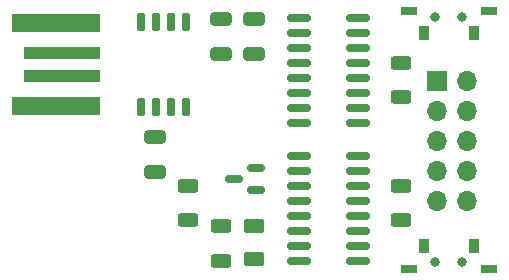
<source format=gts>
G04 #@! TF.GenerationSoftware,KiCad,Pcbnew,6.0.8-f2edbf62ab~116~ubuntu22.04.1*
G04 #@! TF.CreationDate,2022-11-21T22:24:26-03:00*
G04 #@! TF.ProjectId,pip,7069702e-6b69-4636-9164-5f7063625858,rev?*
G04 #@! TF.SameCoordinates,Original*
G04 #@! TF.FileFunction,Soldermask,Top*
G04 #@! TF.FilePolarity,Negative*
%FSLAX46Y46*%
G04 Gerber Fmt 4.6, Leading zero omitted, Abs format (unit mm)*
G04 Created by KiCad (PCBNEW 6.0.8-f2edbf62ab~116~ubuntu22.04.1) date 2022-11-21 22:24:26*
%MOMM*%
%LPD*%
G01*
G04 APERTURE LIST*
G04 Aperture macros list*
%AMRoundRect*
0 Rectangle with rounded corners*
0 $1 Rounding radius*
0 $2 $3 $4 $5 $6 $7 $8 $9 X,Y pos of 4 corners*
0 Add a 4 corners polygon primitive as box body*
4,1,4,$2,$3,$4,$5,$6,$7,$8,$9,$2,$3,0*
0 Add four circle primitives for the rounded corners*
1,1,$1+$1,$2,$3*
1,1,$1+$1,$4,$5*
1,1,$1+$1,$6,$7*
1,1,$1+$1,$8,$9*
0 Add four rect primitives between the rounded corners*
20,1,$1+$1,$2,$3,$4,$5,0*
20,1,$1+$1,$4,$5,$6,$7,0*
20,1,$1+$1,$6,$7,$8,$9,0*
20,1,$1+$1,$8,$9,$2,$3,0*%
G04 Aperture macros list end*
%ADD10C,0.800000*%
%ADD11R,0.900000X1.270000*%
%ADD12R,1.450000X0.800000*%
%ADD13R,1.700000X1.700000*%
%ADD14O,1.700000X1.700000*%
%ADD15RoundRect,0.250000X-0.650000X0.325000X-0.650000X-0.325000X0.650000X-0.325000X0.650000X0.325000X0*%
%ADD16RoundRect,0.250000X0.625000X-0.312500X0.625000X0.312500X-0.625000X0.312500X-0.625000X-0.312500X0*%
%ADD17RoundRect,0.250000X0.650000X-0.325000X0.650000X0.325000X-0.650000X0.325000X-0.650000X-0.325000X0*%
%ADD18RoundRect,0.150000X0.150000X-0.650000X0.150000X0.650000X-0.150000X0.650000X-0.150000X-0.650000X0*%
%ADD19R,7.498080X1.498600*%
%ADD20R,6.499860X0.998220*%
%ADD21RoundRect,0.250000X-0.625000X0.312500X-0.625000X-0.312500X0.625000X-0.312500X0.625000X0.312500X0*%
%ADD22RoundRect,0.150000X0.850000X0.150000X-0.850000X0.150000X-0.850000X-0.150000X0.850000X-0.150000X0*%
%ADD23RoundRect,0.250000X0.625000X-0.375000X0.625000X0.375000X-0.625000X0.375000X-0.625000X-0.375000X0*%
%ADD24RoundRect,0.150000X0.587500X0.150000X-0.587500X0.150000X-0.587500X-0.150000X0.587500X-0.150000X0*%
G04 APERTURE END LIST*
D10*
X153788000Y-81076800D03*
X156088400Y-81076800D03*
D11*
X157040000Y-82419000D03*
X152840000Y-82419000D03*
D12*
X158315000Y-80534000D03*
X151565000Y-80534000D03*
D13*
X153956000Y-86487000D03*
D14*
X153956000Y-89027000D03*
X153956000Y-91567000D03*
X153956000Y-94107000D03*
X153956000Y-96647000D03*
X156496000Y-96647000D03*
X156496000Y-94107000D03*
X156496000Y-91567000D03*
X156496000Y-89027000D03*
X156496000Y-86487000D03*
D15*
X135636000Y-81223000D03*
X135636000Y-84173000D03*
D16*
X150876000Y-87822500D03*
X150876000Y-84897500D03*
D17*
X130048000Y-94185000D03*
X130048000Y-91235000D03*
D18*
X128905000Y-88648000D03*
X130175000Y-88648000D03*
X131445000Y-88648000D03*
X132715000Y-88648000D03*
X132715000Y-81448000D03*
X131445000Y-81448000D03*
X130175000Y-81448000D03*
X128905000Y-81448000D03*
D16*
X135636000Y-101664500D03*
X135636000Y-98739500D03*
D19*
X121721880Y-88579180D03*
X121721880Y-81584020D03*
D20*
X122219720Y-86079820D03*
X122219720Y-84083380D03*
D15*
X138438000Y-81223000D03*
X138438000Y-84173000D03*
D21*
X150876000Y-95311500D03*
X150876000Y-98236500D03*
D10*
X156092000Y-101803200D03*
X153791600Y-101803200D03*
D11*
X152840000Y-100461000D03*
X157040000Y-100461000D03*
D12*
X151565000Y-102346000D03*
X158315000Y-102346000D03*
D22*
X147280000Y-90043000D03*
X147280000Y-88773000D03*
X147280000Y-87503000D03*
X147280000Y-86233000D03*
X147280000Y-84963000D03*
X147280000Y-83693000D03*
X147280000Y-82423000D03*
X147280000Y-81153000D03*
X142280000Y-81153000D03*
X142280000Y-82423000D03*
X142280000Y-83693000D03*
X142280000Y-84963000D03*
X142280000Y-86233000D03*
X142280000Y-87503000D03*
X142280000Y-88773000D03*
X142280000Y-90043000D03*
D16*
X132842000Y-98236500D03*
X132842000Y-95311500D03*
D22*
X147280000Y-101727000D03*
X147280000Y-100457000D03*
X147280000Y-99187000D03*
X147280000Y-97917000D03*
X147280000Y-96647000D03*
X147280000Y-95377000D03*
X147280000Y-94107000D03*
X147280000Y-92837000D03*
X142280000Y-92837000D03*
X142280000Y-94107000D03*
X142280000Y-95377000D03*
X142280000Y-96647000D03*
X142280000Y-97917000D03*
X142280000Y-99187000D03*
X142280000Y-100457000D03*
X142280000Y-101727000D03*
D23*
X138430000Y-101562000D03*
X138430000Y-98762000D03*
D24*
X138605500Y-95692000D03*
X138605500Y-93792000D03*
X136730500Y-94742000D03*
M02*

</source>
